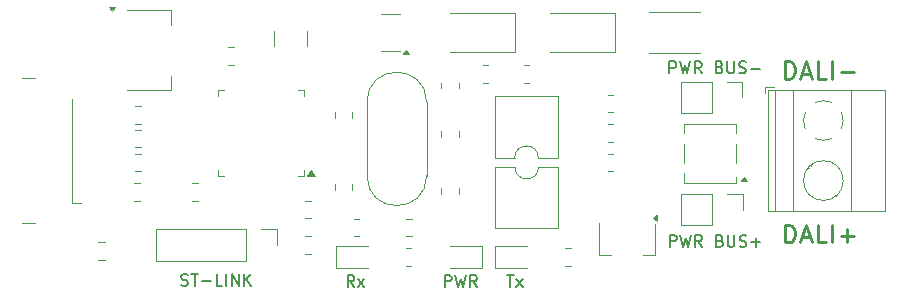
<source format=gbr>
%TF.GenerationSoftware,KiCad,Pcbnew,8.0.8*%
%TF.CreationDate,2025-03-23T20:37:34+01:00*%
%TF.ProjectId,USB-DALI,5553422d-4441-44c4-992e-6b696361645f,rev?*%
%TF.SameCoordinates,Original*%
%TF.FileFunction,Legend,Top*%
%TF.FilePolarity,Positive*%
%FSLAX46Y46*%
G04 Gerber Fmt 4.6, Leading zero omitted, Abs format (unit mm)*
G04 Created by KiCad (PCBNEW 8.0.8) date 2025-03-23 20:37:34*
%MOMM*%
%LPD*%
G01*
G04 APERTURE LIST*
%ADD10C,0.250000*%
%ADD11C,0.150000*%
%ADD12C,0.120000*%
G04 APERTURE END LIST*
D10*
X185251428Y-94955928D02*
X185251428Y-93455928D01*
X185251428Y-93455928D02*
X185608571Y-93455928D01*
X185608571Y-93455928D02*
X185822857Y-93527357D01*
X185822857Y-93527357D02*
X185965714Y-93670214D01*
X185965714Y-93670214D02*
X186037143Y-93813071D01*
X186037143Y-93813071D02*
X186108571Y-94098785D01*
X186108571Y-94098785D02*
X186108571Y-94313071D01*
X186108571Y-94313071D02*
X186037143Y-94598785D01*
X186037143Y-94598785D02*
X185965714Y-94741642D01*
X185965714Y-94741642D02*
X185822857Y-94884500D01*
X185822857Y-94884500D02*
X185608571Y-94955928D01*
X185608571Y-94955928D02*
X185251428Y-94955928D01*
X186680000Y-94527357D02*
X187394286Y-94527357D01*
X186537143Y-94955928D02*
X187037143Y-93455928D01*
X187037143Y-93455928D02*
X187537143Y-94955928D01*
X188751428Y-94955928D02*
X188037142Y-94955928D01*
X188037142Y-94955928D02*
X188037142Y-93455928D01*
X189251428Y-94955928D02*
X189251428Y-93455928D01*
X189965714Y-94384500D02*
X191108572Y-94384500D01*
X185251428Y-108805928D02*
X185251428Y-107305928D01*
X185251428Y-107305928D02*
X185608571Y-107305928D01*
X185608571Y-107305928D02*
X185822857Y-107377357D01*
X185822857Y-107377357D02*
X185965714Y-107520214D01*
X185965714Y-107520214D02*
X186037143Y-107663071D01*
X186037143Y-107663071D02*
X186108571Y-107948785D01*
X186108571Y-107948785D02*
X186108571Y-108163071D01*
X186108571Y-108163071D02*
X186037143Y-108448785D01*
X186037143Y-108448785D02*
X185965714Y-108591642D01*
X185965714Y-108591642D02*
X185822857Y-108734500D01*
X185822857Y-108734500D02*
X185608571Y-108805928D01*
X185608571Y-108805928D02*
X185251428Y-108805928D01*
X186680000Y-108377357D02*
X187394286Y-108377357D01*
X186537143Y-108805928D02*
X187037143Y-107305928D01*
X187037143Y-107305928D02*
X187537143Y-108805928D01*
X188751428Y-108805928D02*
X188037142Y-108805928D01*
X188037142Y-108805928D02*
X188037142Y-107305928D01*
X189251428Y-108805928D02*
X189251428Y-107305928D01*
X189965714Y-108234500D02*
X191108572Y-108234500D01*
X190537143Y-108805928D02*
X190537143Y-107663071D01*
D11*
X175496667Y-109179819D02*
X175496667Y-108179819D01*
X175496667Y-108179819D02*
X175877619Y-108179819D01*
X175877619Y-108179819D02*
X175972857Y-108227438D01*
X175972857Y-108227438D02*
X176020476Y-108275057D01*
X176020476Y-108275057D02*
X176068095Y-108370295D01*
X176068095Y-108370295D02*
X176068095Y-108513152D01*
X176068095Y-108513152D02*
X176020476Y-108608390D01*
X176020476Y-108608390D02*
X175972857Y-108656009D01*
X175972857Y-108656009D02*
X175877619Y-108703628D01*
X175877619Y-108703628D02*
X175496667Y-108703628D01*
X176401429Y-108179819D02*
X176639524Y-109179819D01*
X176639524Y-109179819D02*
X176830000Y-108465533D01*
X176830000Y-108465533D02*
X177020476Y-109179819D01*
X177020476Y-109179819D02*
X177258572Y-108179819D01*
X178210952Y-109179819D02*
X177877619Y-108703628D01*
X177639524Y-109179819D02*
X177639524Y-108179819D01*
X177639524Y-108179819D02*
X178020476Y-108179819D01*
X178020476Y-108179819D02*
X178115714Y-108227438D01*
X178115714Y-108227438D02*
X178163333Y-108275057D01*
X178163333Y-108275057D02*
X178210952Y-108370295D01*
X178210952Y-108370295D02*
X178210952Y-108513152D01*
X178210952Y-108513152D02*
X178163333Y-108608390D01*
X178163333Y-108608390D02*
X178115714Y-108656009D01*
X178115714Y-108656009D02*
X178020476Y-108703628D01*
X178020476Y-108703628D02*
X177639524Y-108703628D01*
X179734762Y-108656009D02*
X179877619Y-108703628D01*
X179877619Y-108703628D02*
X179925238Y-108751247D01*
X179925238Y-108751247D02*
X179972857Y-108846485D01*
X179972857Y-108846485D02*
X179972857Y-108989342D01*
X179972857Y-108989342D02*
X179925238Y-109084580D01*
X179925238Y-109084580D02*
X179877619Y-109132200D01*
X179877619Y-109132200D02*
X179782381Y-109179819D01*
X179782381Y-109179819D02*
X179401429Y-109179819D01*
X179401429Y-109179819D02*
X179401429Y-108179819D01*
X179401429Y-108179819D02*
X179734762Y-108179819D01*
X179734762Y-108179819D02*
X179830000Y-108227438D01*
X179830000Y-108227438D02*
X179877619Y-108275057D01*
X179877619Y-108275057D02*
X179925238Y-108370295D01*
X179925238Y-108370295D02*
X179925238Y-108465533D01*
X179925238Y-108465533D02*
X179877619Y-108560771D01*
X179877619Y-108560771D02*
X179830000Y-108608390D01*
X179830000Y-108608390D02*
X179734762Y-108656009D01*
X179734762Y-108656009D02*
X179401429Y-108656009D01*
X180401429Y-108179819D02*
X180401429Y-108989342D01*
X180401429Y-108989342D02*
X180449048Y-109084580D01*
X180449048Y-109084580D02*
X180496667Y-109132200D01*
X180496667Y-109132200D02*
X180591905Y-109179819D01*
X180591905Y-109179819D02*
X180782381Y-109179819D01*
X180782381Y-109179819D02*
X180877619Y-109132200D01*
X180877619Y-109132200D02*
X180925238Y-109084580D01*
X180925238Y-109084580D02*
X180972857Y-108989342D01*
X180972857Y-108989342D02*
X180972857Y-108179819D01*
X181401429Y-109132200D02*
X181544286Y-109179819D01*
X181544286Y-109179819D02*
X181782381Y-109179819D01*
X181782381Y-109179819D02*
X181877619Y-109132200D01*
X181877619Y-109132200D02*
X181925238Y-109084580D01*
X181925238Y-109084580D02*
X181972857Y-108989342D01*
X181972857Y-108989342D02*
X181972857Y-108894104D01*
X181972857Y-108894104D02*
X181925238Y-108798866D01*
X181925238Y-108798866D02*
X181877619Y-108751247D01*
X181877619Y-108751247D02*
X181782381Y-108703628D01*
X181782381Y-108703628D02*
X181591905Y-108656009D01*
X181591905Y-108656009D02*
X181496667Y-108608390D01*
X181496667Y-108608390D02*
X181449048Y-108560771D01*
X181449048Y-108560771D02*
X181401429Y-108465533D01*
X181401429Y-108465533D02*
X181401429Y-108370295D01*
X181401429Y-108370295D02*
X181449048Y-108275057D01*
X181449048Y-108275057D02*
X181496667Y-108227438D01*
X181496667Y-108227438D02*
X181591905Y-108179819D01*
X181591905Y-108179819D02*
X181830000Y-108179819D01*
X181830000Y-108179819D02*
X181972857Y-108227438D01*
X182401429Y-108798866D02*
X183163334Y-108798866D01*
X182782381Y-109179819D02*
X182782381Y-108417914D01*
X161709524Y-111554819D02*
X162280952Y-111554819D01*
X161995238Y-112554819D02*
X161995238Y-111554819D01*
X162519048Y-112554819D02*
X163042857Y-111888152D01*
X162519048Y-111888152D02*
X163042857Y-112554819D01*
X148784761Y-112579819D02*
X148451428Y-112103628D01*
X148213333Y-112579819D02*
X148213333Y-111579819D01*
X148213333Y-111579819D02*
X148594285Y-111579819D01*
X148594285Y-111579819D02*
X148689523Y-111627438D01*
X148689523Y-111627438D02*
X148737142Y-111675057D01*
X148737142Y-111675057D02*
X148784761Y-111770295D01*
X148784761Y-111770295D02*
X148784761Y-111913152D01*
X148784761Y-111913152D02*
X148737142Y-112008390D01*
X148737142Y-112008390D02*
X148689523Y-112056009D01*
X148689523Y-112056009D02*
X148594285Y-112103628D01*
X148594285Y-112103628D02*
X148213333Y-112103628D01*
X149118095Y-112579819D02*
X149641904Y-111913152D01*
X149118095Y-111913152D02*
X149641904Y-112579819D01*
X156446667Y-112579819D02*
X156446667Y-111579819D01*
X156446667Y-111579819D02*
X156827619Y-111579819D01*
X156827619Y-111579819D02*
X156922857Y-111627438D01*
X156922857Y-111627438D02*
X156970476Y-111675057D01*
X156970476Y-111675057D02*
X157018095Y-111770295D01*
X157018095Y-111770295D02*
X157018095Y-111913152D01*
X157018095Y-111913152D02*
X156970476Y-112008390D01*
X156970476Y-112008390D02*
X156922857Y-112056009D01*
X156922857Y-112056009D02*
X156827619Y-112103628D01*
X156827619Y-112103628D02*
X156446667Y-112103628D01*
X157351429Y-111579819D02*
X157589524Y-112579819D01*
X157589524Y-112579819D02*
X157780000Y-111865533D01*
X157780000Y-111865533D02*
X157970476Y-112579819D01*
X157970476Y-112579819D02*
X158208572Y-111579819D01*
X159160952Y-112579819D02*
X158827619Y-112103628D01*
X158589524Y-112579819D02*
X158589524Y-111579819D01*
X158589524Y-111579819D02*
X158970476Y-111579819D01*
X158970476Y-111579819D02*
X159065714Y-111627438D01*
X159065714Y-111627438D02*
X159113333Y-111675057D01*
X159113333Y-111675057D02*
X159160952Y-111770295D01*
X159160952Y-111770295D02*
X159160952Y-111913152D01*
X159160952Y-111913152D02*
X159113333Y-112008390D01*
X159113333Y-112008390D02*
X159065714Y-112056009D01*
X159065714Y-112056009D02*
X158970476Y-112103628D01*
X158970476Y-112103628D02*
X158589524Y-112103628D01*
X175471667Y-94479819D02*
X175471667Y-93479819D01*
X175471667Y-93479819D02*
X175852619Y-93479819D01*
X175852619Y-93479819D02*
X175947857Y-93527438D01*
X175947857Y-93527438D02*
X175995476Y-93575057D01*
X175995476Y-93575057D02*
X176043095Y-93670295D01*
X176043095Y-93670295D02*
X176043095Y-93813152D01*
X176043095Y-93813152D02*
X175995476Y-93908390D01*
X175995476Y-93908390D02*
X175947857Y-93956009D01*
X175947857Y-93956009D02*
X175852619Y-94003628D01*
X175852619Y-94003628D02*
X175471667Y-94003628D01*
X176376429Y-93479819D02*
X176614524Y-94479819D01*
X176614524Y-94479819D02*
X176805000Y-93765533D01*
X176805000Y-93765533D02*
X176995476Y-94479819D01*
X176995476Y-94479819D02*
X177233572Y-93479819D01*
X178185952Y-94479819D02*
X177852619Y-94003628D01*
X177614524Y-94479819D02*
X177614524Y-93479819D01*
X177614524Y-93479819D02*
X177995476Y-93479819D01*
X177995476Y-93479819D02*
X178090714Y-93527438D01*
X178090714Y-93527438D02*
X178138333Y-93575057D01*
X178138333Y-93575057D02*
X178185952Y-93670295D01*
X178185952Y-93670295D02*
X178185952Y-93813152D01*
X178185952Y-93813152D02*
X178138333Y-93908390D01*
X178138333Y-93908390D02*
X178090714Y-93956009D01*
X178090714Y-93956009D02*
X177995476Y-94003628D01*
X177995476Y-94003628D02*
X177614524Y-94003628D01*
X179709762Y-93956009D02*
X179852619Y-94003628D01*
X179852619Y-94003628D02*
X179900238Y-94051247D01*
X179900238Y-94051247D02*
X179947857Y-94146485D01*
X179947857Y-94146485D02*
X179947857Y-94289342D01*
X179947857Y-94289342D02*
X179900238Y-94384580D01*
X179900238Y-94384580D02*
X179852619Y-94432200D01*
X179852619Y-94432200D02*
X179757381Y-94479819D01*
X179757381Y-94479819D02*
X179376429Y-94479819D01*
X179376429Y-94479819D02*
X179376429Y-93479819D01*
X179376429Y-93479819D02*
X179709762Y-93479819D01*
X179709762Y-93479819D02*
X179805000Y-93527438D01*
X179805000Y-93527438D02*
X179852619Y-93575057D01*
X179852619Y-93575057D02*
X179900238Y-93670295D01*
X179900238Y-93670295D02*
X179900238Y-93765533D01*
X179900238Y-93765533D02*
X179852619Y-93860771D01*
X179852619Y-93860771D02*
X179805000Y-93908390D01*
X179805000Y-93908390D02*
X179709762Y-93956009D01*
X179709762Y-93956009D02*
X179376429Y-93956009D01*
X180376429Y-93479819D02*
X180376429Y-94289342D01*
X180376429Y-94289342D02*
X180424048Y-94384580D01*
X180424048Y-94384580D02*
X180471667Y-94432200D01*
X180471667Y-94432200D02*
X180566905Y-94479819D01*
X180566905Y-94479819D02*
X180757381Y-94479819D01*
X180757381Y-94479819D02*
X180852619Y-94432200D01*
X180852619Y-94432200D02*
X180900238Y-94384580D01*
X180900238Y-94384580D02*
X180947857Y-94289342D01*
X180947857Y-94289342D02*
X180947857Y-93479819D01*
X181376429Y-94432200D02*
X181519286Y-94479819D01*
X181519286Y-94479819D02*
X181757381Y-94479819D01*
X181757381Y-94479819D02*
X181852619Y-94432200D01*
X181852619Y-94432200D02*
X181900238Y-94384580D01*
X181900238Y-94384580D02*
X181947857Y-94289342D01*
X181947857Y-94289342D02*
X181947857Y-94194104D01*
X181947857Y-94194104D02*
X181900238Y-94098866D01*
X181900238Y-94098866D02*
X181852619Y-94051247D01*
X181852619Y-94051247D02*
X181757381Y-94003628D01*
X181757381Y-94003628D02*
X181566905Y-93956009D01*
X181566905Y-93956009D02*
X181471667Y-93908390D01*
X181471667Y-93908390D02*
X181424048Y-93860771D01*
X181424048Y-93860771D02*
X181376429Y-93765533D01*
X181376429Y-93765533D02*
X181376429Y-93670295D01*
X181376429Y-93670295D02*
X181424048Y-93575057D01*
X181424048Y-93575057D02*
X181471667Y-93527438D01*
X181471667Y-93527438D02*
X181566905Y-93479819D01*
X181566905Y-93479819D02*
X181805000Y-93479819D01*
X181805000Y-93479819D02*
X181947857Y-93527438D01*
X182376429Y-94098866D02*
X183138334Y-94098866D01*
X134127619Y-112432200D02*
X134270476Y-112479819D01*
X134270476Y-112479819D02*
X134508571Y-112479819D01*
X134508571Y-112479819D02*
X134603809Y-112432200D01*
X134603809Y-112432200D02*
X134651428Y-112384580D01*
X134651428Y-112384580D02*
X134699047Y-112289342D01*
X134699047Y-112289342D02*
X134699047Y-112194104D01*
X134699047Y-112194104D02*
X134651428Y-112098866D01*
X134651428Y-112098866D02*
X134603809Y-112051247D01*
X134603809Y-112051247D02*
X134508571Y-112003628D01*
X134508571Y-112003628D02*
X134318095Y-111956009D01*
X134318095Y-111956009D02*
X134222857Y-111908390D01*
X134222857Y-111908390D02*
X134175238Y-111860771D01*
X134175238Y-111860771D02*
X134127619Y-111765533D01*
X134127619Y-111765533D02*
X134127619Y-111670295D01*
X134127619Y-111670295D02*
X134175238Y-111575057D01*
X134175238Y-111575057D02*
X134222857Y-111527438D01*
X134222857Y-111527438D02*
X134318095Y-111479819D01*
X134318095Y-111479819D02*
X134556190Y-111479819D01*
X134556190Y-111479819D02*
X134699047Y-111527438D01*
X134984762Y-111479819D02*
X135556190Y-111479819D01*
X135270476Y-112479819D02*
X135270476Y-111479819D01*
X135889524Y-112098866D02*
X136651429Y-112098866D01*
X137603809Y-112479819D02*
X137127619Y-112479819D01*
X137127619Y-112479819D02*
X137127619Y-111479819D01*
X137937143Y-112479819D02*
X137937143Y-111479819D01*
X138413333Y-112479819D02*
X138413333Y-111479819D01*
X138413333Y-111479819D02*
X138984761Y-112479819D01*
X138984761Y-112479819D02*
X138984761Y-111479819D01*
X139460952Y-112479819D02*
X139460952Y-111479819D01*
X140032380Y-112479819D02*
X139603809Y-111908390D01*
X140032380Y-111479819D02*
X139460952Y-112051247D01*
D12*
%TO.C,U5*%
X151880000Y-89465000D02*
X151080000Y-89465000D01*
X151880000Y-89465000D02*
X152680000Y-89465000D01*
X151880000Y-92585000D02*
X151080000Y-92585000D01*
X151880000Y-92585000D02*
X152680000Y-92585000D01*
X153420000Y-92865000D02*
X152940000Y-92865000D01*
X153180000Y-92535000D01*
X153420000Y-92865000D01*
G36*
X153420000Y-92865000D02*
G01*
X152940000Y-92865000D01*
X153180000Y-92535000D01*
X153420000Y-92865000D01*
G37*
%TO.C,C8*%
X127641252Y-108790000D02*
X127118748Y-108790000D01*
X127641252Y-110260000D02*
X127118748Y-110260000D01*
%TO.C,J4*%
X176475000Y-104695000D02*
X176475000Y-107355000D01*
X179075000Y-104695000D02*
X176475000Y-104695000D01*
X179075000Y-104695000D02*
X179075000Y-107355000D01*
X179075000Y-107355000D02*
X176475000Y-107355000D01*
X180345000Y-104695000D02*
X181675000Y-104695000D01*
X181675000Y-104695000D02*
X181675000Y-106025000D01*
%TO.C,C2*%
X145141252Y-105290000D02*
X144618748Y-105290000D01*
X145141252Y-106760000D02*
X144618748Y-106760000D01*
%TO.C,Q1*%
X169520000Y-109835000D02*
X169520000Y-107115000D01*
X170500000Y-109835000D02*
X169520000Y-109835000D01*
X173260000Y-109835000D02*
X174240000Y-109835000D01*
X174240000Y-107255000D02*
X174240000Y-109835000D01*
X174420000Y-106945000D02*
X174090000Y-106705000D01*
X174420000Y-106465000D01*
X174420000Y-106945000D01*
G36*
X174420000Y-106945000D02*
G01*
X174090000Y-106705000D01*
X174420000Y-106465000D01*
X174420000Y-106945000D01*
G37*
%TO.C,C9*%
X145141252Y-108290000D02*
X144618748Y-108290000D01*
X145141252Y-109760000D02*
X144618748Y-109760000D01*
%TO.C,D5*%
X162390000Y-89375000D02*
X156880000Y-89375000D01*
X162390000Y-92675000D02*
X156880000Y-92675000D01*
X162390000Y-92675000D02*
X162390000Y-89375000D01*
%TO.C,R1*%
X167107064Y-109290000D02*
X166652936Y-109290000D01*
X167107064Y-110760000D02*
X166652936Y-110760000D01*
%TO.C,R5*%
X148740436Y-106790000D02*
X149194564Y-106790000D01*
X148740436Y-108260000D02*
X149194564Y-108260000D01*
%TO.C,R9*%
X153152936Y-109290000D02*
X153607064Y-109290000D01*
X153152936Y-110760000D02*
X153607064Y-110760000D01*
%TO.C,C1*%
X147145000Y-103813748D02*
X147145000Y-104336252D01*
X148615000Y-103813748D02*
X148615000Y-104336252D01*
%TO.C,C3*%
X153691252Y-106790000D02*
X153168748Y-106790000D01*
X153691252Y-108260000D02*
X153168748Y-108260000D01*
%TO.C,C5*%
X138118748Y-92290000D02*
X138641252Y-92290000D01*
X138118748Y-93760000D02*
X138641252Y-93760000D01*
%TO.C,R2*%
X156145000Y-99839564D02*
X156145000Y-99385436D01*
X157615000Y-99839564D02*
X157615000Y-99385436D01*
%TO.C,D1*%
X160695000Y-109065000D02*
X160695000Y-110985000D01*
X160695000Y-110985000D02*
X163380000Y-110985000D01*
X163380000Y-109065000D02*
X160695000Y-109065000D01*
%TO.C,D4*%
X176680000Y-98755000D02*
X181080000Y-98755000D01*
X176680000Y-99555000D02*
X176680000Y-98755000D01*
X176680000Y-102055000D02*
X176680000Y-100455000D01*
X176680000Y-102955000D02*
X176680000Y-103755000D01*
X176680000Y-103755000D02*
X181080000Y-103755000D01*
X181080000Y-98755000D02*
X181080000Y-99555000D01*
X181080000Y-102055000D02*
X181080000Y-100455000D01*
X181080000Y-103755000D02*
X181080000Y-103255000D01*
X182020000Y-103585000D02*
X181540000Y-103585000D01*
X181780000Y-103255000D01*
X182020000Y-103585000D01*
G36*
X182020000Y-103585000D02*
G01*
X181540000Y-103585000D01*
X181780000Y-103255000D01*
X182020000Y-103585000D01*
G37*
%TO.C,R15*%
X173740436Y-89315000D02*
X178094564Y-89315000D01*
X173740436Y-92735000D02*
X178094564Y-92735000D01*
%TO.C,U1*%
X137270000Y-95915000D02*
X137270000Y-96365000D01*
X137270000Y-103135000D02*
X137270000Y-102685000D01*
X137720000Y-95915000D02*
X137270000Y-95915000D01*
X137720000Y-103135000D02*
X137270000Y-103135000D01*
X144040000Y-95915000D02*
X144490000Y-95915000D01*
X144040000Y-103135000D02*
X144490000Y-103135000D01*
X144490000Y-95915000D02*
X144490000Y-96365000D01*
X144490000Y-103135000D02*
X144490000Y-102685000D01*
X145420000Y-103155000D02*
X144740000Y-103155000D01*
X145080000Y-102685000D01*
X145420000Y-103155000D01*
G36*
X145420000Y-103155000D02*
G01*
X144740000Y-103155000D01*
X145080000Y-102685000D01*
X145420000Y-103155000D01*
G37*
%TO.C,R7*%
X130240436Y-99290000D02*
X130694564Y-99290000D01*
X130240436Y-100760000D02*
X130694564Y-100760000D01*
%TO.C,D3*%
X147257500Y-109065000D02*
X147257500Y-110985000D01*
X147257500Y-110985000D02*
X149942500Y-110985000D01*
X149942500Y-109065000D02*
X147257500Y-109065000D01*
%TO.C,C4*%
X135591252Y-103790000D02*
X135068748Y-103790000D01*
X135591252Y-105260000D02*
X135068748Y-105260000D01*
%TO.C,R4*%
X156145000Y-104210436D02*
X156145000Y-104664564D01*
X157615000Y-104210436D02*
X157615000Y-104664564D01*
%TO.C,U3*%
X160720000Y-96430000D02*
X160720000Y-101630000D01*
X160720000Y-101630000D02*
X162370000Y-101630000D01*
X164370000Y-101630000D02*
X166020000Y-101630000D01*
X166020000Y-96430000D02*
X160720000Y-96430000D01*
X166020000Y-101630000D02*
X166020000Y-96430000D01*
X162370000Y-101630000D02*
G75*
G02*
X164370000Y-101630000I1000000J0D01*
G01*
%TO.C,R8*%
X130240436Y-101290000D02*
X130694564Y-101290000D01*
X130240436Y-102760000D02*
X130694564Y-102760000D01*
%TO.C,R12*%
X170240436Y-96290000D02*
X170694564Y-96290000D01*
X170240436Y-97760000D02*
X170694564Y-97760000D01*
%TO.C,C7*%
X130118748Y-103790000D02*
X130641252Y-103790000D01*
X130118748Y-105260000D02*
X130641252Y-105260000D01*
%TO.C,Y1*%
X149855000Y-103160000D02*
X149855000Y-96910000D01*
X154905000Y-103160000D02*
X154905000Y-96910000D01*
X149855000Y-96910000D02*
G75*
G02*
X154905000Y-96910000I2525000J0D01*
G01*
X154905000Y-103160000D02*
G75*
G02*
X149855000Y-103160000I-2525000J0D01*
G01*
%TO.C,D2*%
X156880000Y-110985000D02*
X159565000Y-110985000D01*
X159565000Y-109065000D02*
X156880000Y-109065000D01*
X159565000Y-110985000D02*
X159565000Y-109065000D01*
%TO.C,R13*%
X159652936Y-93790000D02*
X160107064Y-93790000D01*
X159652936Y-95260000D02*
X160107064Y-95260000D01*
%TO.C,R10*%
X170694564Y-98790000D02*
X170240436Y-98790000D01*
X170694564Y-100260000D02*
X170240436Y-100260000D01*
%TO.C,D6*%
X170890000Y-89375000D02*
X165380000Y-89375000D01*
X170890000Y-92675000D02*
X165380000Y-92675000D01*
X170890000Y-92675000D02*
X170890000Y-89375000D01*
%TO.C,R3*%
X163607064Y-93790000D02*
X163152936Y-93790000D01*
X163607064Y-95260000D02*
X163152936Y-95260000D01*
%TO.C,J1*%
X121730000Y-94880000D02*
X120680000Y-94880000D01*
X121730000Y-107170000D02*
X120680000Y-107170000D01*
X124900000Y-105425000D02*
X124900000Y-96625000D01*
X124900000Y-105425000D02*
X125655000Y-105425000D01*
%TO.C,U4*%
X129530000Y-89115000D02*
X133290000Y-89115000D01*
X129530000Y-95935000D02*
X133290000Y-95935000D01*
X133290000Y-89115000D02*
X133290000Y-90375000D01*
X133290000Y-95935000D02*
X133290000Y-94675000D01*
X128250000Y-89215000D02*
X128010000Y-88885000D01*
X128490000Y-88885000D01*
X128250000Y-89215000D01*
G36*
X128250000Y-89215000D02*
G01*
X128010000Y-88885000D01*
X128490000Y-88885000D01*
X128250000Y-89215000D01*
G37*
%TO.C,C6*%
X147145000Y-97763748D02*
X147145000Y-98286252D01*
X148615000Y-97763748D02*
X148615000Y-98286252D01*
%TO.C,R6*%
X130240436Y-97290000D02*
X130694564Y-97290000D01*
X130240436Y-98760000D02*
X130694564Y-98760000D01*
%TO.C,L1*%
X142020000Y-90922936D02*
X142020000Y-92127064D01*
X144740000Y-90922936D02*
X144740000Y-92127064D01*
%TO.C,U2*%
X160740000Y-102420000D02*
X160740000Y-107620000D01*
X160740000Y-107620000D02*
X166040000Y-107620000D01*
X162390000Y-102420000D02*
X160740000Y-102420000D01*
X166040000Y-102420000D02*
X164390000Y-102420000D01*
X166040000Y-107620000D02*
X166040000Y-102420000D01*
X164390000Y-102420000D02*
G75*
G02*
X162390000Y-102420000I-1000000J0D01*
G01*
%TO.C,J5*%
X176435000Y-95195000D02*
X176435000Y-97855000D01*
X179035000Y-95195000D02*
X176435000Y-95195000D01*
X179035000Y-95195000D02*
X179035000Y-97855000D01*
X179035000Y-97855000D02*
X176435000Y-97855000D01*
X180305000Y-95195000D02*
X181635000Y-95195000D01*
X181635000Y-95195000D02*
X181635000Y-96525000D01*
%TO.C,J3*%
X183600000Y-95640000D02*
X183600000Y-96140000D01*
X183840000Y-95880000D02*
X183840000Y-106160000D01*
X184340000Y-95640000D02*
X183600000Y-95640000D01*
X184400000Y-95880000D02*
X184400000Y-106160000D01*
X185900000Y-95880000D02*
X185900000Y-106160000D01*
X187261000Y-102526000D02*
X187226000Y-102491000D01*
X187477000Y-102333000D02*
X187431000Y-102286000D01*
X189569000Y-104835000D02*
X189523000Y-104788000D01*
X189775000Y-104630000D02*
X189739000Y-104595000D01*
X190801000Y-95880000D02*
X190801000Y-106160000D01*
X193761000Y-95880000D02*
X183840000Y-95880000D01*
X193761000Y-95880000D02*
X193761000Y-106160000D01*
X193761000Y-106160000D02*
X183840000Y-106160000D01*
X186819747Y-98508805D02*
G75*
G02*
X186965000Y-97796000I1680254J28806D01*
G01*
X186965244Y-99163318D02*
G75*
G02*
X186820000Y-98480000I1534756J683318D01*
G01*
X187816958Y-96944573D02*
G75*
G02*
X189184000Y-96945000I683041J-1535420D01*
G01*
X189183042Y-100015427D02*
G75*
G02*
X187816000Y-100015000I-683042J1535427D01*
G01*
X190035427Y-97796958D02*
G75*
G02*
X190035000Y-99164000I-1535420J-683041D01*
G01*
X190180000Y-103560000D02*
G75*
G02*
X186820000Y-103560000I-1680000J0D01*
G01*
X186820000Y-103560000D02*
G75*
G02*
X190180000Y-103560000I1680000J0D01*
G01*
%TO.C,R11*%
X170694564Y-101290000D02*
X170240436Y-101290000D01*
X170694564Y-102760000D02*
X170240436Y-102760000D01*
%TO.C,J2*%
X131970000Y-107695000D02*
X131970000Y-110355000D01*
X139650000Y-107695000D02*
X131970000Y-107695000D01*
X139650000Y-107695000D02*
X139650000Y-110355000D01*
X139650000Y-110355000D02*
X131970000Y-110355000D01*
X140920000Y-107695000D02*
X142250000Y-107695000D01*
X142250000Y-107695000D02*
X142250000Y-109025000D01*
%TO.C,R14*%
X156145000Y-95752064D02*
X156145000Y-95297936D01*
X157615000Y-95752064D02*
X157615000Y-95297936D01*
%TD*%
M02*

</source>
